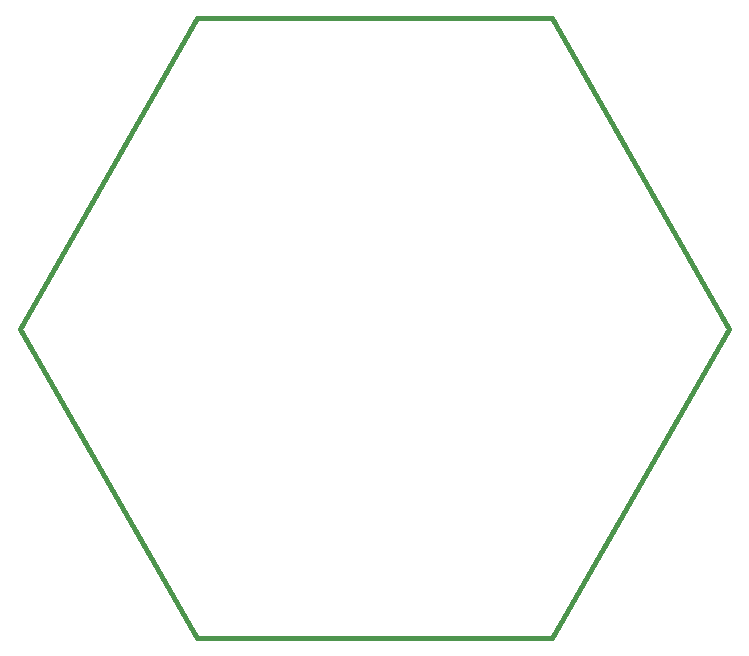
<source format=gko>
G04 (created by PCBNEW-RS274X (2011-05-25)-stable) date Mon 02 Apr 2012 10:10:19 PM BST*
G01*
G70*
G90*
%MOIN*%
G04 Gerber Fmt 3.4, Leading zero omitted, Abs format*
%FSLAX34Y34*%
G04 APERTURE LIST*
%ADD10C,0.006000*%
%ADD11C,0.015000*%
G04 APERTURE END LIST*
G54D10*
G54D11*
X45400Y-39699D02*
X51305Y-29331D01*
X51305Y-50000D02*
X45400Y-39699D01*
X63116Y-50000D02*
X51305Y-50000D01*
X69022Y-39699D02*
X63116Y-50000D01*
X63116Y-29331D02*
X69022Y-39699D01*
X51305Y-29331D02*
X63116Y-29331D01*
M02*

</source>
